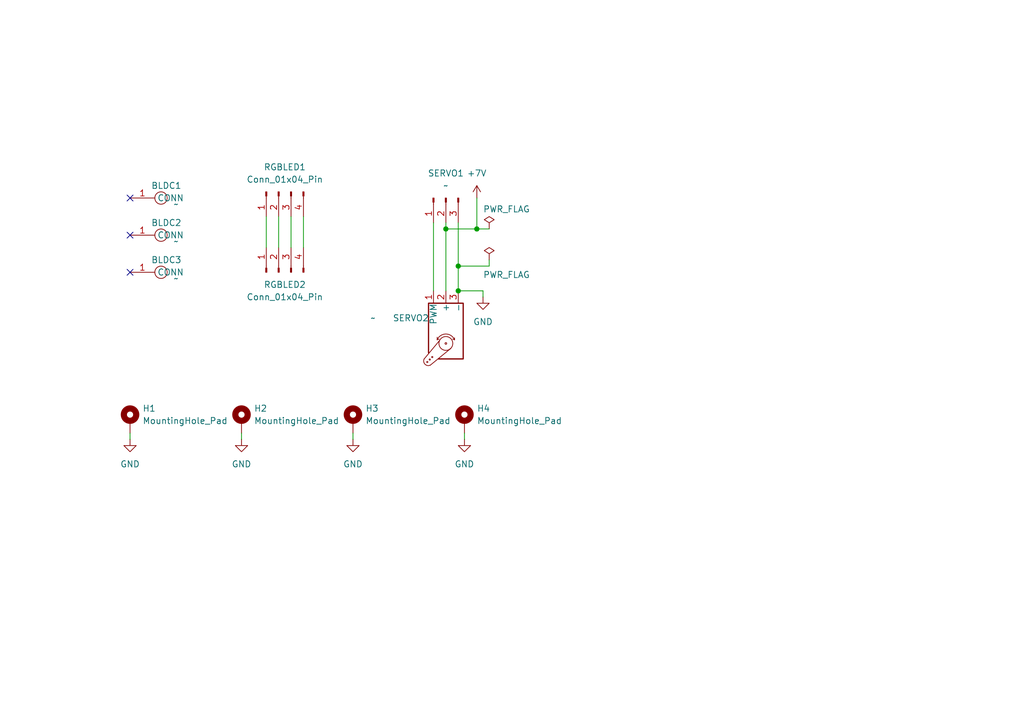
<source format=kicad_sch>
(kicad_sch (version 20250114) (generator "eeschema") (generator_version "9.0")
  (paper "A5")
  (title_block (title "pcb connector azimuth thruster") (rev "00"))
  (lib_symbols
    (symbol "Connector:Conn_01x03_Pin" (pin_names (offset 1.016) (hide yes))
      (property "Reference" "J" (at 0 5.08 0))
      (property "Value" "Conn_01x03_Pin" (at 0 -5.08 0))
      (symbol "Conn_01x03_Pin_1_1"
        (rectangle (start 0.8636 2.667) (end 0 2.413) (stroke (width 0.1524)) (fill (type outline)))
        (rectangle (start 0.8636 0.127) (end 0 -0.127) (stroke (width 0.1524)) (fill (type outline)))
        (rectangle (start 0.8636 -2.413) (end 0 -2.667) (stroke (width 0.1524)) (fill (type outline)))
        (polyline (pts (xy 1.27 2.54) (xy 0.8636 2.54)) (stroke (width 0.1524)))
        (polyline (pts (xy 1.27 0) (xy 0.8636 0)) (stroke (width 0.1524)))
        (polyline (pts (xy 1.27 -2.54) (xy 0.8636 -2.54)) (stroke (width 0.1524)))
        (pin passive line (at 5.08 2.54 180) (length 3.81) (name "Pin_1") (number "1"))
        (pin passive line (at 5.08 0 180) (length 3.81) (name "Pin_2") (number "2"))
        (pin passive line (at 5.08 -2.54 180) (length 3.81) (name "Pin_3") (number "3"))
      )
    )
    (symbol "Connector:Conn_01x04_Pin" (pin_names (offset 1.016) (hide yes))
      (property "Reference" "J" (at 0 5.08 0))
      (property "Value" "Conn_01x04_Pin" (at 0 -7.62 0))
      (symbol "Conn_01x04_Pin_1_1"
        (rectangle (start 0.8636 2.667) (end 0 2.413) (stroke (width 0.1524)) (fill (type outline)))
        (rectangle (start 0.8636 0.127) (end 0 -0.127) (stroke (width 0.1524)) (fill (type outline)))
        (rectangle (start 0.8636 -2.413) (end 0 -2.667) (stroke (width 0.1524)) (fill (type outline)))
        (rectangle (start 0.8636 -4.953) (end 0 -5.207) (stroke (width 0.1524)) (fill (type outline)))
        (polyline (pts (xy 1.27 2.54) (xy 0.8636 2.54)) (stroke (width 0.1524)))
        (polyline (pts (xy 1.27 0) (xy 0.8636 0)) (stroke (width 0.1524)))
        (polyline (pts (xy 1.27 -2.54) (xy 0.8636 -2.54)) (stroke (width 0.1524)))
        (polyline (pts (xy 1.27 -5.08) (xy 0.8636 -5.08)) (stroke (width 0.1524)))
        (pin passive line (at 5.08 2.54 180) (length 3.81) (name "Pin_1") (number "1"))
        (pin passive line (at 5.08 0 180) (length 3.81) (name "Pin_2") (number "2"))
        (pin passive line (at 5.08 -2.54 180) (length 3.81) (name "Pin_3") (number "3"))
        (pin passive line (at 5.08 -5.08 180) (length 3.81) (name "Pin_4") (number "4"))
      )
    )
    (symbol "Mechanical:MountingHole_Pad" (pin_numbers (hide yes)) (pin_names (offset 1.016) (hide yes)) (exclude_from_sim yes) (in_bom no)
      (property "Reference" "H" (at 0 6.35 0))
      (property "Value" "MountingHole_Pad" (at 0 4.445 0))
      (symbol "MountingHole_Pad_0_1"
        (circle (center 0 1.27) (radius 1.27) (stroke (width 1.27)))
      )
      (symbol "MountingHole_Pad_1_1"
        (pin input line (at 0 -2.54 90) (length 2.54) (name "1") (number "1"))
      )
    )
    (symbol "Motor:Motor_Servo" (pin_names (offset 0.0254))
      (property "Reference" "M" (at -5.08 4.445 0))
      (property "Value" "Motor_Servo" (at -5.08 -4.064 0))
      (symbol "Motor_Servo_0_1"
        (polyline (pts (xy 2.413 1.778) (xy 1.905 1.778)))
        (polyline (pts (xy 2.413 1.778) (xy 2.286 1.397)))
        (polyline (pts (xy 2.413 -1.778) (xy 2.032 -1.778)))
        (polyline (pts (xy 2.413 -1.778) (xy 2.286 -1.397)))
        (arc (start 2.413 -1.778) (mid 1.2406 0) (end 2.413 1.778))
        (circle (center 3.175 0) (radius 0.1778))
        (circle (center 3.175 0) (radius 1.4224))
        (polyline (pts (xy 5.08 3.556) (xy -5.08 3.556) (xy -5.08 -3.556) (xy 6.35 -3.556) (xy 6.35 1.524)) (stroke (width 0.254)))
        (circle (center 5.969 2.794) (radius 0.127))
        (polyline (pts (xy 6.35 4.445) (xy 2.54 1.27)))
        (circle (center 6.477 3.302) (radius 0.127))
        (arc (start 6.35 4.445) (mid 7.4487 4.2737) (end 7.62 3.175))
        (circle (center 6.985 3.81) (radius 0.127))
        (polyline (pts (xy 7.62 3.175) (xy 4.191 -1.016)))
      )
      (symbol "Motor_Servo_1_1"
        (pin passive line (at -7.62 2.54 0) (length 2.54) (name "PWM") (number "1"))
        (pin passive line (at -7.62 0 0) (length 2.54) (name "+") (number "2"))
        (pin passive line (at -7.62 -2.54 0) (length 2.54) (name "-") (number "3"))
      )
    )
    (symbol "power:+7.5V" (power) (pin_numbers (hide yes)) (pin_names (offset 0) (hide yes))
      (property "Value" "+7.5V" (at 0 3.556 0))
      (symbol "+7.5V_0_1"
        (polyline (pts (xy -0.762 1.27) (xy 0 2.54)))
        (polyline (pts (xy 0 2.54) (xy 0.762 1.27)))
        (polyline (pts (xy 0 0) (xy 0 2.54)))
      )
      (symbol "+7.5V_1_1"
        (pin power_in line (at 0 0 90) (length 0) (name "~") (number "1"))
      )
    )
    (symbol "power:GND" (power) (pin_numbers (hide yes)) (pin_names (offset 0) (hide yes))
      (property "Value" "GND" (at 0 -3.81 0))
      (symbol "GND_0_1"
        (polyline (pts (xy 0 0) (xy 0 -1.27) (xy 1.27 -1.27) (xy 0 -2.54) (xy -1.27 -1.27) (xy 0 -1.27)))
      )
      (symbol "GND_1_1"
        (pin power_in line (at 0 0 270) (length 0) (name "~") (number "1"))
      )
    )
    (symbol "power:PWR_FLAG" (power) (pin_numbers (hide yes)) (pin_names (offset 0) (hide yes))
      (property "Value" "PWR_FLAG" (at 0 3.81 0))
      (symbol "PWR_FLAG_0_0"
        (pin power_out line (at 0 0 90) (length 0) (name "~") (number "1"))
      )
      (symbol "PWR_FLAG_0_1"
        (polyline (pts (xy 0 0) (xy 0 1.27) (xy -1.016 1.905) (xy 0 2.54) (xy 1.016 1.905) (xy 0 1.27)))
      )
    )
    (symbol "specific_symbol_library(bldc):bldc_connector"
      (property "Reference" "J" (at 0 2.794 0))
      (symbol "bldc_connector_0_1"
        (circle (center 0 0) (radius 1.27))
      )
      (symbol "bldc_connector_1_1"
        (pin passive line (at -6.35 0 0) (length 5.08) (name "CONN") (number "1"))
      )
    )
  )
  (junction (at 93.98 59.69))
  (junction (at 97.79 46.99))
  (junction (at 93.98 54.61))
  (junction (at 91.44 46.99))
  (no_connect (at 26.67 48.26))
  (no_connect (at 26.67 55.88))
  (no_connect (at 26.67 40.64))
  (wire (pts (xy 99.06 59.69) (xy 99.06 60.96)))
  (wire (pts (xy 97.79 40.64) (xy 97.79 46.99)))
  (wire (pts (xy 62.23 44.45) (xy 62.23 50.8)))
  (wire (pts (xy 54.61 44.45) (xy 54.61 50.8)))
  (wire (pts (xy 72.39 90.17) (xy 72.39 88.9)))
  (wire (pts (xy 93.98 54.61) (xy 93.98 59.69)))
  (wire (pts (xy 91.44 45.72) (xy 91.44 46.99)))
  (wire (pts (xy 57.15 44.45) (xy 57.15 50.8)))
  (wire (pts (xy 88.9 45.72) (xy 88.9 59.69)))
  (wire (pts (xy 49.53 90.17) (xy 49.53 88.9)))
  (wire (pts (xy 26.67 90.17) (xy 26.67 88.9)))
  (wire (pts (xy 91.44 46.99) (xy 91.44 59.69)))
  (wire (pts (xy 100.33 46.99) (xy 97.79 46.99)))
  (wire (pts (xy 91.44 46.99) (xy 97.79 46.99)))
  (wire (pts (xy 59.69 44.45) (xy 59.69 50.8)))
  (wire (pts (xy 93.98 59.69) (xy 99.06 59.69)))
  (wire (pts (xy 100.33 54.61) (xy 93.98 54.61)))
  (wire (pts (xy 93.98 45.72) (xy 93.98 54.61)))
  (wire (pts (xy 95.25 90.17) (xy 95.25 88.9)))
  (wire (pts (xy 100.33 54.61) (xy 100.33 53.34)))
  (symbol (lib_id "Connector:Conn_01x04_Pin") (at 57.15 55.88 90) (unit 1)
    (property "Reference" "RGBLED2" (at 58.42 58.42 90))
    (property "Value" "Conn_01x04_Pin" (at 58.42 60.96 90))
    (property "Footprint" "Connector_PinHeader_2.54mm:PinHeader_1x04_P2.54mm_Vertical" (effects (hide yes)))
    (property "Description" "Generic connector, single row, 01x04, script generated" (effects (hide yes)))
  )
  (symbol (lib_id "power:GND") (at 99.06 60.96 0) (mirror y) (unit 1)
    (property "Reference" "#PWR03" (effects (hide yes)))
    (property "Value" "GND" (at 99.06 66.04 0))
    (property "Description" "Power symbol creates a global label with name \"GND\" , ground" (effects (hide yes)))
  )
  (symbol (lib_id "specific_symbol_library(bldc):bldc_connector") (at 33.02 48.26 0) (unit 1)
    (property "Reference" "BLDC2" (at 30.988 45.72 0) (effects (justify left)))
    (property "Value" "~" (at 35.56 49.53 0) (effects (justify left)))
    (property "Footprint" "specific_footprint_library:bldc_connector" (effects (hide yes)))
  )
  (symbol (lib_id "specific_symbol_library(bldc):bldc_connector") (at 33.02 40.64 0) (unit 1)
    (property "Reference" "BLDC1" (at 30.988 38.1 0) (effects (justify left)))
    (property "Value" "~" (at 35.56 41.91 0) (effects (justify left)))
    (property "Footprint" "specific_footprint_library:bldc_connector" (effects (hide yes)))
  )
  (symbol (lib_id "Connector:Conn_01x03_Pin") (at 91.44 40.64 90) (mirror x) (unit 1)
    (property "Reference" "SERVO1" (at 91.44 35.56 90))
    (property "Value" "~" (at 91.44 38.1 90))
    (property "Footprint" "Connector_PinSocket_2.54mm:PinSocket_1x03_P2.54mm_Vertical" (effects (hide yes)))
    (property "Description" "Generic connector, single row, 01x03, script generated" (effects (hide yes)))
  )
  (symbol (lib_id "Mechanical:MountingHole_Pad") (at 26.67 86.36 0) (unit 1) (exclude_from_sim yes) (in_bom no)
    (property "Reference" "H1" (at 29.21 83.8199 0) (effects (justify left)))
    (property "Value" "MountingHole_Pad" (at 29.21 86.3599 0) (effects (justify left)))
    (property "Footprint" "custom_M3_pad_library:MountingHole_3.2mm_M3_large_PAD_for_spacer" (effects (hide yes)))
    (property "Description" "Mounting Hole with connection" (effects (hide yes)))
  )
  (symbol (lib_id "power:GND") (at 72.39 90.17 0) (unit 1)
    (property "Reference" "#PWR011" (effects (hide yes)))
    (property "Value" "GND" (at 72.39 95.25 0))
    (property "Description" "Power symbol creates a global label with name \"GND\" , ground" (effects (hide yes)))
  )
  (symbol (lib_id "Mechanical:MountingHole_Pad") (at 72.39 86.36 0) (unit 1) (exclude_from_sim yes) (in_bom no)
    (property "Reference" "H3" (at 74.93 83.8199 0) (effects (justify left)))
    (property "Value" "MountingHole_Pad" (at 74.93 86.3599 0) (effects (justify left)))
    (property "Footprint" "custom_M3_pad_library:MountingHole_3.2mm_M3_large_PAD_for_spacer" (effects (hide yes)))
    (property "Description" "Mounting Hole with connection" (effects (hide yes)))
  )
  (symbol (lib_id "power:+7.5V") (at 97.79 40.64 0) (mirror y) (unit 1)
    (property "Reference" "#PWR02" (effects (hide yes)))
    (property "Value" "+7V" (at 97.79 35.56 0))
    (property "Description" "Power symbol creates a global label with name \"+7.5V\"" (effects (hide yes)))
  )
  (symbol (lib_id "Connector:Conn_01x04_Pin") (at 57.15 39.37 90) (mirror x) (unit 1)
    (property "Reference" "RGBLED1" (at 58.42 34.29 90))
    (property "Value" "Conn_01x04_Pin" (at 58.42 36.83 90))
    (property "Footprint" "Connector_PinHeader_2.54mm:PinHeader_1x04_P2.54mm_Vertical" (effects (hide yes)))
    (property "Description" "Generic connector, single row, 01x04, script generated" (effects (hide yes)))
  )
  (symbol (lib_id "power:PWR_FLAG") (at 100.33 46.99 0) (mirror y) (unit 1)
    (property "Reference" "#FLG01" (effects (hide yes)))
    (property "Value" "PWR_FLAG" (at 103.886 42.926 0))
    (property "Description" "Special symbol for telling ERC where power comes from" (effects (hide yes)))
  )
  (symbol (lib_id "Mechanical:MountingHole_Pad") (at 49.53 86.36 0) (unit 1) (exclude_from_sim yes) (in_bom no)
    (property "Reference" "H2" (at 52.07 83.8199 0) (effects (justify left)))
    (property "Value" "MountingHole_Pad" (at 52.07 86.3599 0) (effects (justify left)))
    (property "Footprint" "custom_M3_pad_library:MountingHole_3.2mm_M3_large_PAD_for_spacer" (effects (hide yes)))
    (property "Description" "Mounting Hole with connection" (effects (hide yes)))
  )
  (symbol (lib_id "power:GND") (at 49.53 90.17 0) (unit 1)
    (property "Reference" "#PWR010" (effects (hide yes)))
    (property "Value" "GND" (at 49.53 95.25 0))
    (property "Description" "Power symbol creates a global label with name \"GND\" , ground" (effects (hide yes)))
  )
  (symbol (lib_id "power:PWR_FLAG") (at 100.33 53.34 0) (mirror y) (unit 1)
    (property "Reference" "#FLG02" (effects (hide yes)))
    (property "Value" "PWR_FLAG" (at 103.886 56.388 0))
    (property "Description" "Special symbol for telling ERC where power comes from" (effects (hide yes)))
  )
  (symbol (lib_id "Motor:Motor_Servo") (at 91.44 67.31 90) (mirror x) (unit 1)
    (property "Reference" "SERVO2" (at 80.518 65.278 90) (effects (justify right)))
    (property "Value" "~" (at 75.946 65.278 90) (effects (justify right)))
    (property "Footprint" "Connector_PinHeader_2.54mm:PinHeader_1x03_P2.54mm_Vertical" (effects (hide yes)))
    (property "Datasheet" "http://forums.parallax.com/uploads/attachments/46831/74481.png" (effects (hide yes)))
    (property "Description" "Servo Motor (Futaba, HiTec, JR connector)" (effects (hide yes)))
  )
  (symbol (lib_id "power:GND") (at 95.25 90.17 0) (unit 1)
    (property "Reference" "#PWR012" (effects (hide yes)))
    (property "Value" "GND" (at 95.25 95.25 0))
    (property "Description" "Power symbol creates a global label with name \"GND\" , ground" (effects (hide yes)))
  )
  (symbol (lib_id "specific_symbol_library(bldc):bldc_connector") (at 33.02 55.88 0) (unit 1)
    (property "Reference" "BLDC3" (at 30.988 53.34 0) (effects (justify left)))
    (property "Value" "~" (at 35.56 57.15 0) (effects (justify left)))
    (property "Footprint" "specific_footprint_library:bldc_connector" (effects (hide yes)))
  )
  (symbol (lib_id "power:GND") (at 26.67 90.17 0) (unit 1)
    (property "Reference" "#PWR09" (effects (hide yes)))
    (property "Value" "GND" (at 26.67 95.25 0))
    (property "Description" "Power symbol creates a global label with name \"GND\" , ground" (effects (hide yes)))
  )
  (symbol (lib_id "Mechanical:MountingHole_Pad") (at 95.25 86.36 0) (unit 1) (exclude_from_sim yes) (in_bom no)
    (property "Reference" "H4" (at 97.79 83.8199 0) (effects (justify left)))
    (property "Value" "MountingHole_Pad" (at 97.79 86.3599 0) (effects (justify left)))
    (property "Footprint" "custom_M3_pad_library:MountingHole_3.2mm_M3_large_PAD_for_spacer" (effects (hide yes)))
    (property "Description" "Mounting Hole with connection" (effects (hide yes)))
  )
)
</source>
